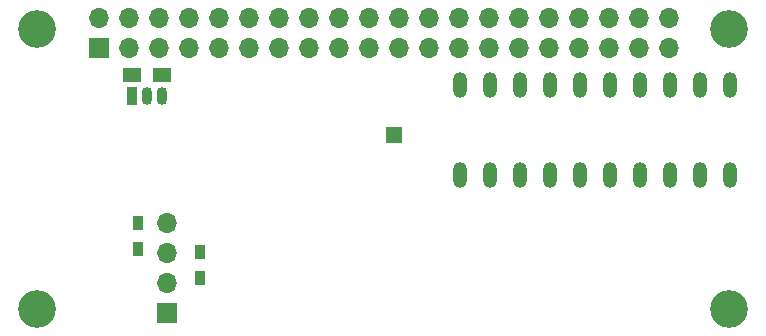
<source format=gbs>
%TF.GenerationSoftware,KiCad,Pcbnew,no-vcs-found-835c19f~60~ubuntu16.04.1*%
%TF.CreationDate,2017-10-10T16:03:32+03:00*%
%TF.ProjectId,rpi_zero,7270695F7A65726F2E6B696361645F70,rev?*%
%TF.SameCoordinates,Original*%
%TF.FileFunction,Soldermask,Bot*%
%TF.FilePolarity,Negative*%
%FSLAX46Y46*%
G04 Gerber Fmt 4.6, Leading zero omitted, Abs format (unit mm)*
G04 Created by KiCad (PCBNEW no-vcs-found-835c19f~60~ubuntu16.04.1) date Tue Oct 10 16:03:32 2017*
%MOMM*%
%LPD*%
G01*
G04 APERTURE LIST*
%ADD10O,1.200000X2.200000*%
%ADD11C,3.200000*%
%ADD12O,1.700000X1.700000*%
%ADD13R,1.700000X1.700000*%
%ADD14R,1.500000X1.250000*%
%ADD15R,0.900000X1.500000*%
%ADD16O,0.900000X1.500000*%
%ADD17R,1.350000X1.350000*%
%ADD18R,0.900000X1.200000*%
G04 APERTURE END LIST*
D10*
X171411880Y-94979420D03*
X168871880Y-94979420D03*
X166331880Y-94979420D03*
X163791880Y-94979420D03*
X151091880Y-87359420D03*
X148551880Y-87359420D03*
X148551880Y-94979420D03*
X151091880Y-94979420D03*
X153631880Y-87359420D03*
X156171880Y-87359420D03*
X158711880Y-87359420D03*
X161251880Y-87359420D03*
X161251880Y-94979420D03*
X158711880Y-94979420D03*
X156171880Y-94979420D03*
X153631880Y-94979420D03*
X163791880Y-87359420D03*
X166331880Y-87359420D03*
X168871880Y-87359420D03*
X171411880Y-87359420D03*
D11*
X112711880Y-82659420D03*
X112711880Y-106359420D03*
X171311880Y-106359420D03*
X171311880Y-82659420D03*
D12*
X166171880Y-81719420D03*
X166171880Y-84259420D03*
X163631880Y-81719420D03*
X163631880Y-84259420D03*
X161091880Y-81719420D03*
X161091880Y-84259420D03*
X158551880Y-81719420D03*
X158551880Y-84259420D03*
X156011880Y-81719420D03*
X156011880Y-84259420D03*
X153471880Y-81719420D03*
X153471880Y-84259420D03*
X150931880Y-81719420D03*
X150931880Y-84259420D03*
X148391880Y-81719420D03*
X148391880Y-84259420D03*
X145851880Y-81719420D03*
X145851880Y-84259420D03*
X143311880Y-81719420D03*
X143311880Y-84259420D03*
X140771880Y-81719420D03*
X140771880Y-84259420D03*
X138231880Y-81719420D03*
X138231880Y-84259420D03*
X135691880Y-81719420D03*
X135691880Y-84259420D03*
X133151880Y-81719420D03*
X133151880Y-84259420D03*
X130611880Y-81719420D03*
X130611880Y-84259420D03*
X128071880Y-81719420D03*
X128071880Y-84259420D03*
X125531880Y-81719420D03*
X125531880Y-84259420D03*
X122991880Y-81719420D03*
X122991880Y-84259420D03*
X120451880Y-81719420D03*
X120451880Y-84259420D03*
X117911880Y-81719420D03*
D13*
X117911880Y-84259420D03*
D14*
X120761880Y-86559420D03*
X123261880Y-86559420D03*
D15*
X120711880Y-88359420D03*
D16*
X123251880Y-88359420D03*
X121981880Y-88359420D03*
D17*
X142911880Y-91659420D03*
D12*
X123711880Y-99039420D03*
X123711880Y-101579420D03*
X123711880Y-104119420D03*
D13*
X123711880Y-106659420D03*
D18*
X121211880Y-101259420D03*
X121211880Y-99059420D03*
X126511880Y-101559420D03*
X126511880Y-103759420D03*
M02*

</source>
